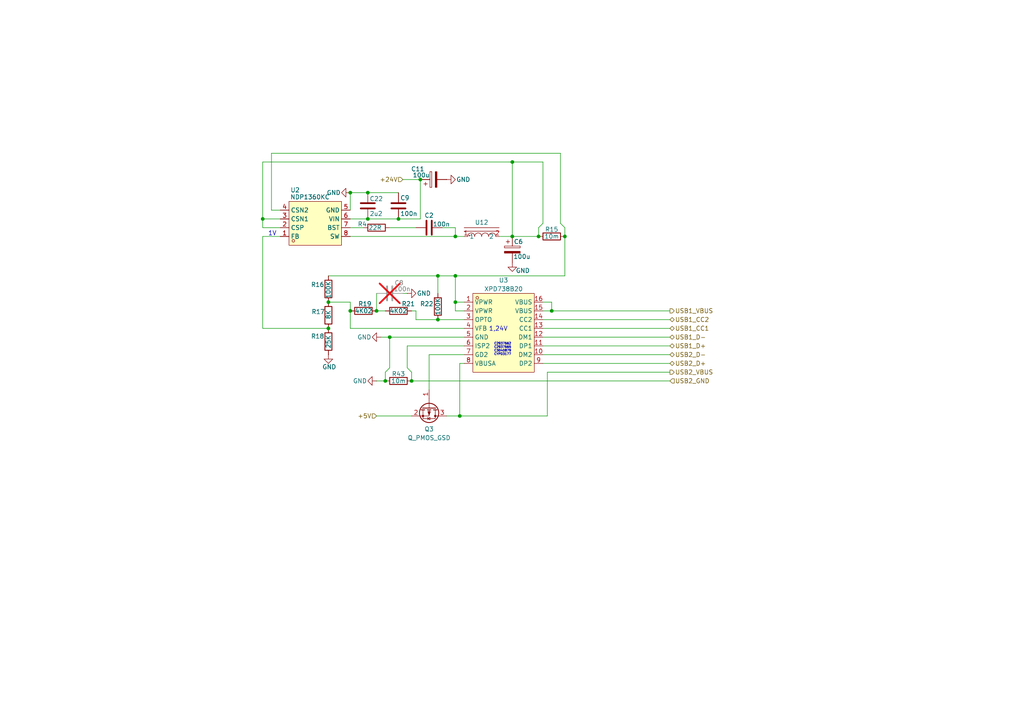
<source format=kicad_sch>
(kicad_sch (version 20250114) (generator "eeschema") (generator_version "9.0")
  (paper "A4")
  (lib_symbols
    (symbol "Device:C" (pin_numbers (hide yes)) (pin_names (offset 0.254))
      (property "Reference" "C" (at 0.635 2.54 0))
      (property "Value" "C" (at 0.635 -2.54 0))
      (symbol "C_0_1"
        (polyline (pts (xy -2.032 0.762) (xy 2.032 0.762)) (stroke (width 0.508)))
        (polyline (pts (xy -2.032 -0.762) (xy 2.032 -0.762)) (stroke (width 0.508)))
      )
      (symbol "C_1_1"
        (pin passive line (at 0 3.81 270) (length 2.794) (name "~") (number "1"))
        (pin passive line (at 0 -3.81 90) (length 2.794) (name "~") (number "2"))
      )
    )
    (symbol "Device:C_Polarized" (pin_numbers (hide yes)) (pin_names (offset 0.254))
      (property "Reference" "C" (at 0.635 2.54 0))
      (property "Value" "C_Polarized" (at 0.635 -2.54 0))
      (symbol "C_Polarized_0_1"
        (rectangle (start -2.286 0.508) (end 2.286 1.016))
        (polyline (pts (xy -1.778 2.286) (xy -0.762 2.286)))
        (polyline (pts (xy -1.27 2.794) (xy -1.27 1.778)))
        (rectangle (start 2.286 -0.508) (end -2.286 -1.016) (fill (type outline)))
      )
      (symbol "C_Polarized_1_1"
        (pin passive line (at 0 3.81 270) (length 2.794) (name "~") (number "1"))
        (pin passive line (at 0 -3.81 90) (length 2.794) (name "~") (number "2"))
      )
    )
    (symbol "Device:R" (pin_numbers (hide yes)) (pin_names (offset 0))
      (property "Reference" "R" (at 2.032 0 90))
      (property "Value" "R" (at 0 0 90))
      (symbol "R_0_1"
        (rectangle (start -1.016 -2.54) (end 1.016 2.54) (stroke (width 0.254)))
      )
      (symbol "R_1_1"
        (pin passive line (at 0 3.81 270) (length 1.27) (name "~") (number "1"))
        (pin passive line (at 0 -3.81 90) (length 1.27) (name "~") (number "2"))
      )
    )
    (symbol "EASYEDA2KICAD:CXP0650-220M-AG(22UH)"
      (property "Reference" "U" (at 0 5.08 0))
      (property "Value" "CXP0650-220M-AG(22UH)" (at 0 -5.08 0))
      (symbol "CXP0650-220M-AG(22UH)_0_1"
        (polyline (pts (xy -5.08 1.52) (xy 5.08 1.52)))
        (circle (center -3.56 0.25) (radius 0.13))
        (arc (start -4.06 -0.01) (mid -2.83 0.99) (end -2.03 0.01))
        (arc (start -2.03 -0.01) (mid -0.8 0.99) (end 0 0.01))
        (arc (start 0 -0.01) (mid 1.23 0.99) (end 2.03 0.01))
        (arc (start 2.03 -0.01) (mid 3.26 0.99) (end 4.06 0.01))
        (polyline (pts (xy 5.08 2.54) (xy -5.08 2.54)))
        (pin unspecified line (at -5.08 0 0) (length 1.016) (name "1") (number "1"))
        (pin unspecified line (at 5.08 0 180) (length 1.016) (name "2") (number "2"))
      )
    )
    (symbol "EASYEDA2KICAD:NDP1360KC"
      (property "Reference" "U" (at 0 8.89 0))
      (property "Value" "NDP1360KC" (at 0 -8.89 0))
      (symbol "NDP1360KC_0_1"
        (rectangle (start -7.62 6.35) (end 7.62 -6.35) (fill (type background)))
        (circle (center -6.35 5.08) (radius 0.38))
        (pin unspecified line (at -10.16 3.81 0) (length 2.54) (name "FB") (number "1"))
        (pin unspecified line (at -10.16 1.27 0) (length 2.54) (name "CSP") (number "2"))
        (pin unspecified line (at -10.16 -1.27 0) (length 2.54) (name "CSN1") (number "3"))
        (pin unspecified line (at -10.16 -3.81 0) (length 2.54) (name "CSN2") (number "4"))
        (pin unspecified line (at 10.16 3.81 180) (length 2.54) (name "SW") (number "8"))
        (pin unspecified line (at 10.16 1.27 180) (length 2.54) (name "BST") (number "7"))
        (pin unspecified line (at 10.16 -1.27 180) (length 2.54) (name "VIN") (number "6"))
        (pin unspecified line (at 10.16 -3.81 180) (length 2.54) (name "GND") (number "5"))
      )
    )
    (symbol "EASYEDA2KICAD:XPD738B20"
      (property "Reference" "U" (at 0 15.24 0))
      (property "Value" "XPD738B20" (at 0 -12.7 0))
      (symbol "XPD738B20_0_1"
        (rectangle (start -10.16 12.7) (end 7.62 -10.16) (fill (type background)))
        (circle (center -8.89 11.43) (radius 0.38))
        (pin unspecified line (at -12.7 10.16 0) (length 2.54) (name "VPWR") (number "1"))
        (pin unspecified line (at -12.7 7.62 0) (length 2.54) (name "VPWR") (number "2"))
        (pin unspecified line (at -12.7 5.08 0) (length 2.54) (name "OPTO") (number "3"))
        (pin unspecified line (at -12.7 2.54 0) (length 2.54) (name "VFB") (number "4"))
        (pin unspecified line (at -12.7 0 0) (length 2.54) (name "GND") (number "5"))
        (pin unspecified line (at -12.7 -2.54 0) (length 2.54) (name "ISP2") (number "6"))
        (pin unspecified line (at -12.7 -5.08 0) (length 2.54) (name "GD2") (number "7"))
        (pin unspecified line (at -12.7 -7.62 0) (length 2.54) (name "VBUSA") (number "8"))
        (pin unspecified line (at 10.16 10.16 180) (length 2.54) (name "VBUS") (number "16"))
        (pin unspecified line (at 10.16 7.62 180) (length 2.54) (name "VBUS") (number "15"))
        (pin unspecified line (at 10.16 5.08 180) (length 2.54) (name "CC2") (number "14"))
        (pin unspecified line (at 10.16 2.54 180) (length 2.54) (name "CC1") (number "13"))
        (pin unspecified line (at 10.16 0 180) (length 2.54) (name "DM1") (number "12"))
        (pin unspecified line (at 10.16 -2.54 180) (length 2.54) (name "DP1") (number "11"))
        (pin unspecified line (at 10.16 -5.08 180) (length 2.54) (name "DM2") (number "10"))
        (pin unspecified line (at 10.16 -7.62 180) (length 2.54) (name "DP2") (number "9"))
      )
    )
    (symbol "Transistor_FET:Q_PMOS_GSD" (pin_names (offset 0) (hide yes))
      (property "Reference" "Q" (at 5.08 1.905 0))
      (property "Value" "Q_PMOS_GSD" (at 5.08 0 0))
      (symbol "Q_PMOS_GSD_0_1"
        (polyline (pts (xy 0.254 1.905) (xy 0.254 -1.905)) (stroke (width 0.254)))
        (polyline (pts (xy 0.254 0) (xy -2.54 0)))
        (polyline (pts (xy 0.762 2.286) (xy 0.762 1.27)) (stroke (width 0.254)))
        (polyline (pts (xy 0.762 1.778) (xy 3.302 1.778) (xy 3.302 -1.778) (xy 0.762 -1.778)))
        (polyline (pts (xy 0.762 0.508) (xy 0.762 -0.508)) (stroke (width 0.254)))
        (polyline (pts (xy 0.762 -1.27) (xy 0.762 -2.286)) (stroke (width 0.254)))
        (circle (center 1.651 0) (radius 2.794) (stroke (width 0.254)))
        (polyline (pts (xy 2.286 0) (xy 1.27 0.381) (xy 1.27 -0.381) (xy 2.286 0)) (fill (type outline)))
        (polyline (pts (xy 2.54 2.54) (xy 2.54 1.778)))
        (circle (center 2.54 1.778) (radius 0.254) (fill (type outline)))
        (circle (center 2.54 -1.778) (radius 0.254) (fill (type outline)))
        (polyline (pts (xy 2.54 -2.54) (xy 2.54 0) (xy 0.762 0)))
        (polyline (pts (xy 2.921 -0.381) (xy 3.683 -0.381)))
        (polyline (pts (xy 3.302 -0.381) (xy 2.921 0.254) (xy 3.683 0.254) (xy 3.302 -0.381)))
      )
      (symbol "Q_PMOS_GSD_1_1"
        (pin input line (at -5.08 0 0) (length 2.54) (name "G") (number "1"))
        (pin passive line (at 2.54 5.08 270) (length 2.54) (name "D") (number "3"))
        (pin passive line (at 2.54 -5.08 90) (length 2.54) (name "S") (number "2"))
      )
    )
    (symbol "power:GND" (power) (pin_numbers (hide yes)) (pin_names (offset 0) (hide yes))
      (property "Value" "GND" (at 0 -3.81 0))
      (symbol "GND_0_1"
        (polyline (pts (xy 0 0) (xy 0 -1.27) (xy 1.27 -1.27) (xy 0 -2.54) (xy -1.27 -1.27) (xy 0 -1.27)))
      )
      (symbol "GND_1_1"
        (pin power_in line (at 0 0 270) (length 0) (name "~") (number "1"))
      )
    )
  )
  (text "1V" (at 78.994 67.818 0) (effects (font (size 1.27 1.27))))
  (text "1,24V" (at 144.526 95.504 0) (effects (font (size 1.27 1.27))))
  (text "C2937662\nC2937665\nC3040879\nCYPD3177" (at 145.796 101.346 0) (effects (font (size 0.635 0.635))))
  (junction (at 160.02 90.17))
  (junction (at 119.38 110.49))
  (junction (at 121.92 52.07))
  (junction (at 148.59 68.58))
  (junction (at 113.03 97.79))
  (junction (at 106.68 55.88))
  (junction (at 111.76 110.49))
  (junction (at 132.08 80.01))
  (junction (at 127 80.01))
  (junction (at 163.83 68.58))
  (junction (at 95.25 95.25))
  (junction (at 132.08 68.58))
  (junction (at 148.59 46.99))
  (junction (at 101.6 90.17))
  (junction (at 101.6 55.88))
  (junction (at 76.2 63.5))
  (junction (at 95.25 87.63))
  (junction (at 106.68 63.5))
  (junction (at 109.22 90.17))
  (junction (at 115.57 63.5))
  (junction (at 132.08 87.63))
  (junction (at 133.35 120.65))
  (junction (at 127 92.71))
  (junction (at 156.21 68.58))
  (wire (pts (xy 101.6 90.17) (xy 101.6 95.25)))
  (wire (pts (xy 194.31 92.71) (xy 157.48 92.71)))
  (wire (pts (xy 109.22 85.09) (xy 109.22 90.17)))
  (wire (pts (xy 128.27 66.04) (xy 132.08 66.04)))
  (wire (pts (xy 76.2 63.5) (xy 76.2 66.04)))
  (wire (pts (xy 101.6 63.5) (xy 106.68 63.5)))
  (wire (pts (xy 124.46 102.87) (xy 124.46 113.03)))
  (wire (pts (xy 109.22 120.65) (xy 119.38 120.65)))
  (wire (pts (xy 101.6 60.96) (xy 101.6 55.88)))
  (wire (pts (xy 111.76 107.95) (xy 111.76 110.49)))
  (wire (pts (xy 134.62 90.17) (xy 132.08 90.17)))
  (wire (pts (xy 109.22 110.49) (xy 111.76 110.49)))
  (wire (pts (xy 157.48 102.87) (xy 194.31 102.87)))
  (wire (pts (xy 132.08 80.01) (xy 132.08 87.63)))
  (wire (pts (xy 101.6 95.25) (xy 134.62 95.25)))
  (wire (pts (xy 129.54 120.65) (xy 133.35 120.65)))
  (wire (pts (xy 158.75 107.95) (xy 158.75 120.65)))
  (wire (pts (xy 157.48 64.77) (xy 156.21 66.04)))
  (wire (pts (xy 127 92.71) (xy 134.62 92.71)))
  (wire (pts (xy 194.31 107.95) (xy 158.75 107.95)))
  (wire (pts (xy 76.2 68.58) (xy 76.2 95.25)))
  (wire (pts (xy 115.57 63.5) (xy 121.92 63.5)))
  (wire (pts (xy 95.25 80.01) (xy 127 80.01)))
  (wire (pts (xy 157.48 64.77) (xy 157.48 46.99)))
  (wire (pts (xy 116.84 52.07) (xy 121.92 52.07)))
  (wire (pts (xy 157.48 95.25) (xy 194.31 95.25)))
  (wire (pts (xy 101.6 87.63) (xy 101.6 90.17)))
  (wire (pts (xy 162.56 64.77) (xy 163.83 66.04)))
  (wire (pts (xy 78.74 44.45) (xy 162.56 44.45)))
  (wire (pts (xy 81.28 63.5) (xy 76.2 63.5)))
  (wire (pts (xy 157.48 87.63) (xy 160.02 87.63)))
  (wire (pts (xy 118.11 100.33) (xy 118.11 106.68)))
  (wire (pts (xy 101.6 66.04) (xy 105.41 66.04)))
  (wire (pts (xy 148.59 68.58) (xy 148.59 46.99)))
  (wire (pts (xy 120.65 90.17) (xy 120.65 92.71)))
  (wire (pts (xy 113.03 97.79) (xy 134.62 97.79)))
  (wire (pts (xy 163.83 68.58) (xy 163.83 80.01)))
  (wire (pts (xy 157.48 90.17) (xy 160.02 90.17)))
  (wire (pts (xy 156.21 66.04) (xy 156.21 68.58)))
  (wire (pts (xy 106.68 55.88) (xy 115.57 55.88)))
  (wire (pts (xy 121.92 63.5) (xy 121.92 52.07)))
  (wire (pts (xy 158.75 120.65) (xy 133.35 120.65)))
  (wire (pts (xy 148.59 46.99) (xy 157.48 46.99)))
  (wire (pts (xy 163.83 80.01) (xy 132.08 80.01)))
  (wire (pts (xy 95.25 87.63) (xy 101.6 87.63)))
  (wire (pts (xy 118.11 85.09) (xy 116.84 85.09)))
  (wire (pts (xy 162.56 44.45) (xy 162.56 64.77)))
  (wire (pts (xy 157.48 100.33) (xy 194.31 100.33)))
  (wire (pts (xy 127 80.01) (xy 127 85.09)))
  (wire (pts (xy 132.08 66.04) (xy 132.08 68.58)))
  (wire (pts (xy 127 80.01) (xy 132.08 80.01)))
  (wire (pts (xy 157.48 105.41) (xy 194.31 105.41)))
  (wire (pts (xy 78.74 60.96) (xy 78.74 44.45)))
  (wire (pts (xy 118.11 106.68) (xy 119.38 107.95)))
  (wire (pts (xy 113.03 106.68) (xy 111.76 107.95)))
  (wire (pts (xy 133.35 105.41) (xy 134.62 105.41)))
  (wire (pts (xy 194.31 97.79) (xy 157.48 97.79)))
  (wire (pts (xy 120.65 92.71) (xy 127 92.71)))
  (wire (pts (xy 113.03 97.79) (xy 113.03 106.68)))
  (wire (pts (xy 160.02 87.63) (xy 160.02 90.17)))
  (wire (pts (xy 106.68 63.5) (xy 115.57 63.5)))
  (wire (pts (xy 119.38 107.95) (xy 119.38 110.49)))
  (wire (pts (xy 76.2 68.58) (xy 81.28 68.58)))
  (wire (pts (xy 118.11 100.33) (xy 134.62 100.33)))
  (wire (pts (xy 160.02 90.17) (xy 194.31 90.17)))
  (wire (pts (xy 76.2 95.25) (xy 95.25 95.25)))
  (wire (pts (xy 119.38 90.17) (xy 120.65 90.17)))
  (wire (pts (xy 134.62 102.87) (xy 124.46 102.87)))
  (wire (pts (xy 133.35 105.41) (xy 133.35 120.65)))
  (wire (pts (xy 134.62 68.58) (xy 132.08 68.58)))
  (wire (pts (xy 101.6 55.88) (xy 106.68 55.88)))
  (wire (pts (xy 113.03 66.04) (xy 120.65 66.04)))
  (wire (pts (xy 81.28 60.96) (xy 78.74 60.96)))
  (wire (pts (xy 76.2 46.99) (xy 148.59 46.99)))
  (wire (pts (xy 101.6 68.58) (xy 132.08 68.58)))
  (wire (pts (xy 76.2 46.99) (xy 76.2 63.5)))
  (wire (pts (xy 132.08 90.17) (xy 132.08 87.63)))
  (wire (pts (xy 119.38 110.49) (xy 194.31 110.49)))
  (wire (pts (xy 163.83 66.04) (xy 163.83 68.58)))
  (wire (pts (xy 132.08 87.63) (xy 134.62 87.63)))
  (wire (pts (xy 76.2 66.04) (xy 81.28 66.04)))
  (wire (pts (xy 144.78 68.58) (xy 148.59 68.58)))
  (wire (pts (xy 148.59 68.58) (xy 156.21 68.58)))
  (wire (pts (xy 109.22 90.17) (xy 111.76 90.17)))
  (wire (pts (xy 110.49 97.79) (xy 113.03 97.79)))
  (hierarchical_label "USB2_VBUS" (shape output) (at 194.31 107.95 0))
  (hierarchical_label "USB1_D+" (shape bidirectional) (at 194.31 100.33 0))
  (hierarchical_label "+5V" (shape input) (at 109.22 120.65 180))
  (hierarchical_label "USB1_CC1" (shape bidirectional) (at 194.31 95.25 0))
  (hierarchical_label "USB2_GND" (shape input) (at 194.31 110.49 0))
  (hierarchical_label "USB2_D-" (shape bidirectional) (at 194.31 102.87 0))
  (hierarchical_label "USB1_VBUS" (shape output) (at 194.31 90.17 0))
  (hierarchical_label "+24V" (shape input) (at 116.84 52.07 180))
  (hierarchical_label "USB2_D+" (shape bidirectional) (at 194.31 105.41 0))
  (hierarchical_label "USB1_D-" (shape bidirectional) (at 194.31 97.79 0))
  (hierarchical_label "USB1_CC2" (shape bidirectional) (at 194.31 92.71 0))
  (symbol (lib_id "Transistor_FET:Q_PMOS_GSD") (at 124.46 118.11 270) (unit 1)
    (property "Reference" "Q3" (at 124.46 124.46 90))
    (property "Value" "Q_PMOS_GSD" (at 124.46 127 90))
    (property "Footprint" "Package_TO_SOT_SMD:SOT-23" (effects (hide yes)))
    (property "Description" "P-MOSFET transistor, gate/source/drain" (effects (hide yes)))
    (property "LCSC Part" "C41384537" (effects (hide yes)))
    (property "LCSC" "C41384537" (effects (hide yes)))
    (instances (project "" (path "" (reference "Q3") (unit 1)) (path "" (reference "Q5") (unit 1)) (path "" (reference "Q4") (unit 1))))
  )
  (symbol (lib_id "Device:R") (at 105.41 90.17 270) (unit 1)
    (property "Reference" "R19" (at 103.886 88.138 90) (effects (justify left)))
    (property "Value" "4K02" (at 102.87 90.17 90) (effects (justify left)))
    (property "Footprint" "Resistor_SMD:R_0402_1005Metric" (effects (hide yes)))
    (property "Description" "Resistor" (effects (hide yes)))
    (property "LCSC" "C2998093" (effects (hide yes)))
    (property "LCSC Part" "C2998093" (effects (hide yes)))
    (instances (project "USB_PD_Twitch" (path "" (reference "R19") (unit 1)) (path "" (reference "R38") (unit 1)) (path "" (reference "R28") (unit 1))))
  )
  (symbol (lib_id "Device:C_Polarized") (at 148.59 72.39 0) (unit 1)
    (property "Reference" "C6" (at 150.368 70.104 0))
    (property "Value" "100u" (at 151.384 74.422 0))
    (property "Footprint" "Capacitor_SMD:CP_Elec_6.3x7.7" (effects (hide yes)))
    (property "Description" "Polarized capacitor" (effects (hide yes)))
    (property "LCSC" "C46528094" (effects (hide yes)))
    (property "LCSC Part" "C46528094" (effects (hide yes)))
    (instances (project "USB_PD_Twitch" (path "" (reference "C6") (unit 1)) (path "" (reference "C13") (unit 1)) (path "" (reference "C12") (unit 1))))
  )
  (symbol (lib_id "power:GND") (at 109.22 110.49 270) (unit 1)
    (property "Reference" "#PWR047" (effects (hide yes)))
    (property "Value" "GND" (at 104.394 110.49 90))
    (property "Description" "Power symbol creates a global label with name \"GND\" , ground" (effects (hide yes)))
    (instances (project "USB_PD_Twitch" (path "" (reference "#PWR047") (unit 1)) (path "" (reference "#PWR067") (unit 1)) (path "" (reference "#PWR053") (unit 1))))
  )
  (symbol (lib_id "Device:C") (at 124.46 66.04 90) (unit 1)
    (property "Reference" "C2" (at 124.46 62.484 90))
    (property "Value" "100n" (at 128.016 65.024 90))
    (property "Footprint" "Capacitor_SMD:C_0603_1608Metric" (effects (hide yes)))
    (property "Description" "Unpolarized capacitor" (effects (hide yes)))
    (property "LCSC" "C5137636" (effects (hide yes)))
    (property "LCSC Part" "C5137636" (effects (hide yes)))
    (instances (project "USB_PD_Twitch" (path "" (reference "C2") (unit 1)) (path "" (reference "C16") (unit 1)) (path "" (reference "C10") (unit 1))))
  )
  (symbol (lib_id "Device:R") (at 95.25 91.44 180) (unit 1)
    (property "Reference" "R17" (at 94.234 90.424 0) (effects (justify left)))
    (property "Value" "8K" (at 95.25 89.916 90) (effects (justify left)))
    (property "Footprint" "Resistor_SMD:R_0402_1005Metric" (effects (hide yes)))
    (property "Description" "Resistor" (effects (hide yes)))
    (property "LCSC" "C2960789" (effects (hide yes)))
    (property "LCSC Part" "C2960789" (effects (hide yes)))
    (instances (project "USB_PD_Twitch" (path "" (reference "R17") (unit 1)) (path "" (reference "R33") (unit 1)) (path "" (reference "R26") (unit 1))))
  )
  (symbol (lib_id "power:GND") (at 110.49 97.79 270) (unit 1)
    (property "Reference" "#PWR048" (effects (hide yes)))
    (property "Value" "GND" (at 105.664 97.79 90))
    (property "Description" "Power symbol creates a global label with name \"GND\" , ground" (effects (hide yes)))
    (instances (project "USB_PD_Twitch" (path "" (reference "#PWR048") (unit 1)) (path "" (reference "#PWR068") (unit 1)) (path "" (reference "#PWR054") (unit 1))))
  )
  (symbol (lib_id "power:GND") (at 148.59 76.2 0) (unit 1)
    (property "Reference" "#PWR051" (effects (hide yes)))
    (property "Value" "GND" (at 151.638 78.486 0))
    (property "Description" "Power symbol creates a global label with name \"GND\" , ground" (effects (hide yes)))
    (instances (project "USB_PD_Twitch" (path "" (reference "#PWR051") (unit 1)) (path "" (reference "#PWR071") (unit 1)) (path "" (reference "#PWR064") (unit 1))))
  )
  (symbol (lib_id "EASYEDA2KICAD:NDP1360KC") (at 91.44 64.77 0) (mirror x) (unit 1)
    (property "Reference" "U2" (at 85.598 55.118 0))
    (property "Value" "NDP1360KC" (at 89.916 57.15 0))
    (property "Footprint" "easyeda2kicad:SOP-8_L4.9-W3.9-P1.27-LS6.0-BL" (effects (hide yes)))
    (property "LCSC Part" "C7420576" (effects (hide yes)))
    (property "LCSC" "C7420576" (effects (hide yes)))
    (instances (project "USB_PD_Twitch" (path "" (reference "U2") (unit 1)) (path "" (reference "U6") (unit 1)) (path "" (reference "U4") (unit 1))))
  )
  (symbol (lib_id "Device:R") (at 95.25 83.82 0) (unit 1)
    (property "Reference" "R16" (at 90.17 82.55 0) (effects (justify left)))
    (property "Value" "100K" (at 95.25 86.614 90) (effects (justify left)))
    (property "Footprint" "Resistor_SMD:R_0402_1005Metric" (effects (hide yes)))
    (property "Description" "Resistor" (effects (hide yes)))
    (property "LCSC" "C3017514" (effects (hide yes)))
    (property "LCSC Part" "C3017514" (effects (hide yes)))
    (instances (project "USB_PD_Twitch" (path "" (reference "R16") (unit 1)) (path "" (reference "R32") (unit 1)) (path "" (reference "R25") (unit 1))))
  )
  (symbol (lib_id "power:GND") (at 95.25 102.87 0) (unit 1)
    (property "Reference" "#PWR044" (effects (hide yes)))
    (property "Value" "GND" (at 95.504 106.426 0))
    (property "Description" "Power symbol creates a global label with name \"GND\" , ground" (effects (hide yes)))
    (instances (project "USB_PD_Twitch" (path "" (reference "#PWR044") (unit 1)) (path "" (reference "#PWR065") (unit 1)) (path "" (reference "#PWR046") (unit 1))))
  )
  (symbol (lib_id "Device:R") (at 95.25 99.06 0) (unit 1)
    (property "Reference" "R18" (at 90.17 97.536 0) (effects (justify left)))
    (property "Value" "25K" (at 95.25 101.092 90) (effects (justify left)))
    (property "Footprint" "Resistor_SMD:R_0402_1005Metric" (effects (hide yes)))
    (property "Description" "Resistor" (effects (hide yes)))
    (property "LCSC" "C273695" (effects (hide yes)))
    (property "LCSC Part" "C273695" (effects (hide yes)))
    (instances (project "USB_PD_Twitch" (path "" (reference "R18") (unit 1)) (path "" (reference "R37") (unit 1)) (path "" (reference "R27") (unit 1))))
  )
  (symbol (lib_id "EASYEDA2KICAD:XPD738B20") (at 147.32 97.79 0) (unit 1)
    (property "Reference" "U3" (at 146.05 81.28 0))
    (property "Value" "XPD738B20" (at 146.05 83.82 0))
    (property "Footprint" "easyeda2kicad:TSSOP-16_L5.0-W4.4-P0.65-LS6.4-BL" (effects (hide yes)))
    (property "LCSC Part" "C3040879" (effects (hide yes)))
    (property "LCSC" "C3040879" (effects (hide yes)))
    (instances (project "USB_PD_Twitch" (path "" (reference "U3") (unit 1)) (path "" (reference "U7") (unit 1)) (path "" (reference "U5") (unit 1))))
  )
  (symbol (lib_id "Device:R") (at 115.57 110.49 90) (unit 1)
    (property "Reference" "R43" (at 115.57 108.458 90))
    (property "Value" "10m" (at 115.57 110.49 90))
    (property "Footprint" "Resistor_SMD:R_1206_3216Metric" (effects (hide yes)))
    (property "Description" "Resistor" (effects (hide yes)))
    (property "LCSC Part" "C42454021" (effects (hide yes)))
    (property "LCSC" "C42454021" (effects (hide yes)))
    (instances (project "USB_PD_Twitch" (path "" (reference "R43") (unit 1)) (path "" (reference "R45") (unit 1)) (path "" (reference "R44") (unit 1))))
  )
  (symbol (lib_id "power:GND") (at 118.11 85.09 90) (unit 1)
    (property "Reference" "#PWR049" (effects (hide yes)))
    (property "Value" "GND" (at 122.936 85.09 90))
    (property "Description" "Power symbol creates a global label with name \"GND\" , ground" (effects (hide yes)))
    (instances (project "USB_PD_Twitch" (path "" (reference "#PWR049") (unit 1)) (path "" (reference "#PWR069") (unit 1)) (path "" (reference "#PWR062") (unit 1))))
  )
  (symbol (lib_id "Device:R") (at 160.02 68.58 90) (unit 1)
    (property "Reference" "R15" (at 160.02 66.548 90))
    (property "Value" "10m" (at 160.02 68.58 90))
    (property "Footprint" "Resistor_SMD:R_1206_3216Metric" (effects (hide yes)))
    (property "Description" "Resistor" (effects (hide yes)))
    (property "LCSC Part" "C42454021" (effects (hide yes)))
    (property "LCSC" "C42454021" (effects (hide yes)))
    (instances (project "USB_PD_Twitch" (path "" (reference "R15") (unit 1)) (path "" (reference "R24") (unit 1)) (path "" (reference "R23") (unit 1))))
  )
  (symbol (lib_id "Device:C") (at 106.68 59.69 0) (unit 1)
    (property "Reference" "C22" (at 107.188 57.658 0) (effects (justify left)))
    (property "Value" "2u2" (at 107.188 61.976 0) (effects (justify left)))
    (property "Footprint" "easyeda2kicad:C1812" (effects (hide yes)))
    (property "Description" "Unpolarized capacitor" (effects (hide yes)))
    (property "LCSC Part" "C22388553" (effects (hide yes)))
    (property "LCSC" "C22388553" (effects (hide yes)))
    (instances (project "USB_PD_Twitch" (path "" (reference "C22") (unit 1)) (path "" (reference "C26") (unit 1)) (path "" (reference "C25") (unit 1))))
  )
  (symbol (lib_id "Device:C") (at 113.03 85.09 90) (unit 1) (in_bom no) (dnp yes)
    (property "Reference" "C8" (at 117.094 82.042 90) (effects (justify left)))
    (property "Value" "100n" (at 119.126 83.82 90) (effects (justify left)))
    (property "Footprint" "Capacitor_SMD:C_0603_1608Metric" (effects (hide yes)))
    (property "Description" "Unpolarized capacitor" (effects (hide yes)))
    (property "LCSC" "C5137636" (effects (hide yes)))
    (property "LCSC Part" "C5137636" (effects (hide yes)))
    (instances (project "USB_PD_Twitch" (path "" (reference "C8") (unit 1)) (path "" (reference "C20") (unit 1)) (path "" (reference "C14") (unit 1))))
  )
  (symbol (lib_id "power:GND") (at 129.54 52.07 90) (unit 1)
    (property "Reference" "#PWR050" (effects (hide yes)))
    (property "Value" "GND" (at 134.366 52.07 90))
    (property "Description" "Power symbol creates a global label with name \"GND\" , ground" (effects (hide yes)))
    (instances (project "USB_PD_Twitch" (path "" (reference "#PWR050") (unit 1)) (path "" (reference "#PWR070") (unit 1)) (path "" (reference "#PWR063") (unit 1))))
  )
  (symbol (lib_id "Device:R") (at 109.22 66.04 90) (unit 1)
    (property "Reference" "R4" (at 106.426 65.024 90) (effects (justify left)))
    (property "Value" "22R" (at 110.744 66.04 90) (effects (justify left)))
    (property "Footprint" "Resistor_SMD:R_0402_1005Metric" (effects (hide yes)))
    (property "Description" "Resistor" (effects (hide yes)))
    (property "LCSC" "C3017454" (effects (hide yes)))
    (property "LCSC Part" "C3017454" (effects (hide yes)))
    (instances (project "USB_PD_Twitch" (path "" (reference "R4") (unit 1)) (path "" (reference "R6") (unit 1)) (path "" (reference "R5") (unit 1))))
  )
  (symbol (lib_id "power:GND") (at 101.6 55.88 270) (unit 1)
    (property "Reference" "#PWR045" (effects (hide yes)))
    (property "Value" "GND" (at 96.774 55.88 90))
    (property "Description" "Power symbol creates a global label with name \"GND\" , ground" (effects (hide yes)))
    (instances (project "USB_PD_Twitch" (path "" (reference "#PWR045") (unit 1)) (path "" (reference "#PWR066") (unit 1)) (path "" (reference "#PWR052") (unit 1))))
  )
  (symbol (lib_id "Device:C") (at 115.57 59.69 0) (unit 1)
    (property "Reference" "C9" (at 116.078 57.404 0) (effects (justify left)))
    (property "Value" "100n" (at 116.078 61.976 0) (effects (justify left)))
    (property "Footprint" "Capacitor_SMD:C_0603_1608Metric" (effects (hide yes)))
    (property "Description" "Unpolarized capacitor" (effects (hide yes)))
    (property "LCSC" "C5137636" (effects (hide yes)))
    (property "LCSC Part" "C5137636" (effects (hide yes)))
    (instances (project "USB_PD_Twitch" (path "" (reference "C9") (unit 1)) (path "" (reference "C21") (unit 1)) (path "" (reference "C15") (unit 1))))
  )
  (symbol (lib_id "Device:C_Polarized") (at 125.73 52.07 90) (unit 1)
    (property "Reference" "C11" (at 121.158 49.022 90))
    (property "Value" "100u" (at 122.174 50.8 90))
    (property "Footprint" "Capacitor_SMD:CP_Elec_6.3x7.7" (effects (hide yes)))
    (property "Description" "Polarized capacitor" (effects (hide yes)))
    (property "LCSC Part" "C46528094" (effects (hide yes)))
    (property "LCSC" "C46528094" (effects (hide yes)))
    (instances (project "USB_PD_Twitch" (path "" (reference "C11") (unit 1)) (path "" (reference "C23") (unit 1)) (path "" (reference "C17") (unit 1))))
  )
  (symbol (lib_id "Device:R") (at 127 88.9 180) (unit 1)
    (property "Reference" "R22" (at 125.73 88.138 0) (effects (justify left)))
    (property "Value" "100K" (at 127 86.36 90) (effects (justify left)))
    (property "Footprint" "Resistor_SMD:R_0402_1005Metric" (effects (hide yes)))
    (property "Description" "Resistor" (effects (hide yes)))
    (property "LCSC" "C3017514" (effects (hide yes)))
    (property "LCSC Part" "C3017514" (effects (hide yes)))
    (instances (project "USB_PD_Twitch" (path "" (reference "R22") (unit 1)) (path "" (reference "R42") (unit 1)) (path "" (reference "R31") (unit 1))))
  )
  (symbol (lib_id "Device:R") (at 115.57 90.17 90) (unit 1)
    (property "Reference" "R21" (at 120.396 88.138 90) (effects (justify left)))
    (property "Value" "4K02" (at 118.11 90.17 90) (effects (justify left)))
    (property "Footprint" "Resistor_SMD:R_0402_1005Metric" (effects (hide yes)))
    (property "Description" "Resistor" (effects (hide yes)))
    (property "LCSC" "C2998093" (effects (hide yes)))
    (property "LCSC Part" "C2998093" (effects (hide yes)))
    (instances (project "USB_PD_Twitch" (path "" (reference "R21") (unit 1)) (path "" (reference "R39") (unit 1)) (path "" (reference "R29") (unit 1))))
  )
  (symbol (lib_id "EASYEDA2KICAD:CXP0650-220M-AG(22UH)") (at 139.7 68.58 0) (unit 1)
    (property "Reference" "U12" (at 139.7 64.516 0))
    (property "Value" "CXP0650-220M-AG(22UH)" (effects (hide yes)))
    (property "Footprint" "easyeda2kicad:IND-SMD_L7.1-W6.6_CXP0650" (effects (hide yes)))
    (property "LCSC Part" "C7187321" (effects (hide yes)))
    (property "LCSC" "C7187321" (effects (hide yes)))
    (instances (project "USB_PD_Twitch" (path "" (reference "U12") (unit 1)) (path "" (reference "U14") (unit 1)) (path "" (reference "U13") (unit 1))))
  )
)
</source>
